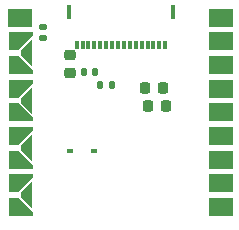
<source format=gbp>
%TF.GenerationSoftware,KiCad,Pcbnew,(6.0.1)*%
%TF.CreationDate,2022-01-27T11:35:43+01:00*%
%TF.ProjectId,poly_kb,706f6c79-5f6b-4622-9e6b-696361645f70,rev?*%
%TF.SameCoordinates,Original*%
%TF.FileFunction,Paste,Bot*%
%TF.FilePolarity,Positive*%
%FSLAX46Y46*%
G04 Gerber Fmt 4.6, Leading zero omitted, Abs format (unit mm)*
G04 Created by KiCad (PCBNEW (6.0.1)) date 2022-01-27 11:35:43*
%MOMM*%
%LPD*%
G01*
G04 APERTURE LIST*
G04 Aperture macros list*
%AMRoundRect*
0 Rectangle with rounded corners*
0 $1 Rounding radius*
0 $2 $3 $4 $5 $6 $7 $8 $9 X,Y pos of 4 corners*
0 Add a 4 corners polygon primitive as box body*
4,1,4,$2,$3,$4,$5,$6,$7,$8,$9,$2,$3,0*
0 Add four circle primitives for the rounded corners*
1,1,$1+$1,$2,$3*
1,1,$1+$1,$4,$5*
1,1,$1+$1,$6,$7*
1,1,$1+$1,$8,$9*
0 Add four rect primitives between the rounded corners*
20,1,$1+$1,$2,$3,$4,$5,0*
20,1,$1+$1,$4,$5,$6,$7,0*
20,1,$1+$1,$6,$7,$8,$9,0*
20,1,$1+$1,$8,$9,$2,$3,0*%
%AMFreePoly0*
4,1,6,0.750000,-1.500000,0.450000,-1.500000,-0.750000,-0.300000,-0.750000,0.500000,0.750000,0.500000,0.750000,-1.500000,0.750000,-1.500000,$1*%
%AMFreePoly1*
4,1,6,0.750000,-0.300000,-0.450000,-1.500000,-0.750000,-1.500000,-0.750000,0.500000,0.750000,0.500000,0.750000,-0.300000,0.750000,-0.300000,$1*%
%AMFreePoly2*
4,1,5,0.750000,-0.650000,0.250000,-0.650000,-0.650000,0.250000,1.650000,0.250000,0.750000,-0.650000,0.750000,-0.650000,$1*%
G04 Aperture macros list end*
%ADD10RoundRect,0.225000X0.225000X0.250000X-0.225000X0.250000X-0.225000X-0.250000X0.225000X-0.250000X0*%
%ADD11RoundRect,0.225000X0.250000X-0.225000X0.250000X0.225000X-0.250000X0.225000X-0.250000X-0.225000X0*%
%ADD12RoundRect,0.140000X0.170000X-0.140000X0.170000X0.140000X-0.170000X0.140000X-0.170000X-0.140000X0*%
%ADD13RoundRect,0.140000X-0.140000X-0.170000X0.140000X-0.170000X0.140000X0.170000X-0.140000X0.170000X0*%
%ADD14R,0.600000X0.450000*%
%ADD15R,0.300000X1.150000*%
%ADD16R,0.300000X0.650000*%
%ADD17R,2.000000X1.500000*%
%ADD18FreePoly0,90.000000*%
%ADD19FreePoly1,90.000000*%
%ADD20FreePoly2,270.000000*%
G04 APERTURE END LIST*
D10*
%TO.C,C1*%
X274333000Y-116332000D03*
X272783000Y-116332000D03*
%TD*%
D11*
%TO.C,C2*%
X266192000Y-113551000D03*
X266192000Y-112001000D03*
%TD*%
D12*
%TO.C,C3*%
X263906000Y-110589000D03*
X263906000Y-109629000D03*
%TD*%
D10*
%TO.C,C4*%
X274079000Y-114808000D03*
X272529000Y-114808000D03*
%TD*%
D13*
%TO.C,C5*%
X267391000Y-113411000D03*
X268351000Y-113411000D03*
%TD*%
%TO.C,C6*%
X268760000Y-114554000D03*
X269720000Y-114554000D03*
%TD*%
D14*
%TO.C,D1*%
X268258000Y-120142000D03*
X266158000Y-120142000D03*
%TD*%
D15*
%TO.C,J1*%
X266125000Y-108315000D03*
X274895000Y-108315000D03*
D16*
X266760000Y-111125000D03*
X267260000Y-111125000D03*
X267760000Y-111125000D03*
X268260000Y-111125000D03*
X268760000Y-111125000D03*
X269260000Y-111125000D03*
X269760000Y-111125000D03*
X270260000Y-111125000D03*
X270760000Y-111125000D03*
X271260000Y-111125000D03*
X271760000Y-111125000D03*
X272260000Y-111125000D03*
X272760000Y-111125000D03*
X273260000Y-111125000D03*
X273760000Y-111125000D03*
X274260000Y-111125000D03*
%TD*%
D17*
%TO.C,J6*%
X279019000Y-108840000D03*
X279019000Y-110840000D03*
X279019000Y-112840000D03*
X279019000Y-114840000D03*
X279019000Y-116840000D03*
X279019000Y-118840000D03*
X279019000Y-120840000D03*
X279019000Y-122840000D03*
X279019000Y-124840000D03*
%TD*%
%TO.C,J5*%
X262001000Y-108840000D03*
D18*
X261501000Y-110840000D03*
D19*
X261501000Y-112840000D03*
D18*
X261501000Y-114840000D03*
D19*
X261501000Y-116840000D03*
D18*
X261501000Y-118840000D03*
D19*
X261501000Y-120840000D03*
D18*
X261501000Y-122840000D03*
D19*
X261501000Y-124840000D03*
D20*
X262751000Y-111340000D03*
X262751000Y-123340000D03*
X262751000Y-115340000D03*
X262751000Y-119340000D03*
%TD*%
M02*

</source>
